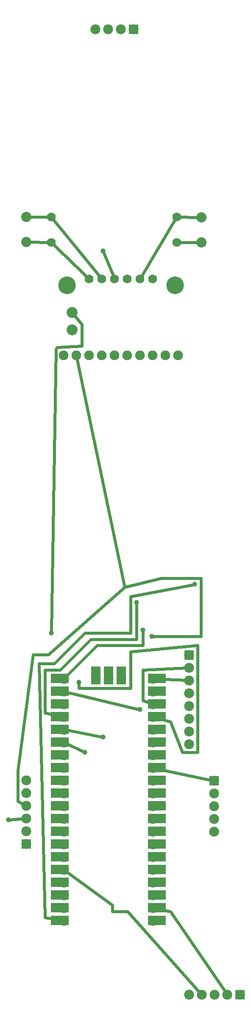
<source format=gbl>
G04 MADE WITH FRITZING*
G04 WWW.FRITZING.ORG*
G04 DOUBLE SIDED*
G04 HOLES PLATED*
G04 CONTOUR ON CENTER OF CONTOUR VECTOR*
%ASAXBY*%
%FSLAX23Y23*%
%MOIN*%
%OFA0B0*%
%SFA1.0B1.0*%
%ADD10C,0.078000*%
%ADD11C,0.080000*%
%ADD12C,0.070000*%
%ADD13C,0.138425*%
%ADD14C,0.086000*%
%ADD15C,0.076000*%
%ADD16C,0.039370*%
%ADD17R,0.143667X0.078000*%
%ADD18R,0.144000X0.078000*%
%ADD19R,0.078000X0.144000*%
%ADD20R,0.078000X0.078000*%
%ADD21C,0.024000*%
%LNCOPPER0*%
G90*
G70*
G54D10*
X1387Y1468D03*
X1387Y1568D03*
X1387Y1668D03*
X1387Y1768D03*
X1387Y1868D03*
X1387Y1968D03*
X1387Y2068D03*
X1387Y2168D03*
X1387Y2268D03*
X1387Y2368D03*
X1387Y2468D03*
X1387Y2568D03*
X1387Y2668D03*
X1387Y2768D03*
X1387Y2868D03*
X1387Y2968D03*
X1387Y3068D03*
X1387Y3168D03*
X1387Y3268D03*
X1387Y3368D03*
X688Y3368D03*
X688Y3268D03*
X688Y3168D03*
X688Y3068D03*
X688Y2968D03*
X688Y2868D03*
X688Y2768D03*
X688Y2668D03*
X688Y2568D03*
X688Y2468D03*
X688Y2368D03*
X688Y2268D03*
X688Y2168D03*
X688Y2068D03*
X688Y1968D03*
X688Y1868D03*
X688Y1768D03*
X688Y1668D03*
X688Y1568D03*
X688Y1468D03*
X1138Y3368D03*
X1038Y3368D03*
X938Y3368D03*
G54D11*
X1770Y6793D03*
X1770Y6989D03*
X392Y6993D03*
X392Y6796D03*
G54D10*
X1869Y2567D03*
X1869Y2467D03*
X1869Y2367D03*
X1869Y2267D03*
X1869Y2167D03*
X2072Y887D03*
X1972Y887D03*
X1872Y887D03*
X1772Y887D03*
X1672Y887D03*
X392Y2070D03*
X392Y2170D03*
X392Y2270D03*
X392Y2370D03*
X392Y2470D03*
X392Y2570D03*
G54D12*
X589Y6993D03*
X589Y6793D03*
X1574Y6993D03*
X1574Y6793D03*
G54D10*
X1235Y8466D03*
X1135Y8466D03*
X1035Y8466D03*
X935Y8466D03*
X1672Y3554D03*
X1672Y3454D03*
X1672Y3354D03*
X1672Y3254D03*
X1672Y3154D03*
X1672Y3054D03*
X1672Y2954D03*
X1672Y2854D03*
G54D13*
X711Y6457D03*
G54D14*
X751Y6106D03*
X751Y6244D03*
G54D15*
X686Y5907D03*
X786Y5907D03*
X886Y5907D03*
X986Y5907D03*
X1086Y5907D03*
X1186Y5907D03*
X1286Y5907D03*
G54D13*
X1561Y6457D03*
G54D15*
X1386Y5907D03*
X1486Y5907D03*
X1586Y5907D03*
G54D12*
X1386Y6507D03*
X1286Y6507D03*
X1186Y6507D03*
X1086Y6507D03*
X986Y6507D03*
X886Y6507D03*
G54D16*
X852Y2789D03*
X996Y2909D03*
X1284Y3125D03*
X1308Y3749D03*
X1260Y3965D03*
X804Y3341D03*
X1716Y4109D03*
X1380Y3701D03*
X252Y2261D03*
X588Y3725D03*
X996Y6725D03*
G54D17*
X1420Y1469D03*
G54D18*
X1420Y1569D03*
X1420Y1669D03*
X1420Y1769D03*
X1420Y1869D03*
X1420Y1969D03*
X1420Y2069D03*
X1420Y2169D03*
X1420Y2269D03*
X1420Y2369D03*
X1420Y2469D03*
X1420Y2569D03*
X1420Y2669D03*
X1420Y2769D03*
X1420Y2869D03*
X1420Y2969D03*
X1420Y3069D03*
X1420Y3169D03*
X1420Y3269D03*
X1420Y3369D03*
X655Y3369D03*
X655Y3269D03*
X655Y3169D03*
X655Y3069D03*
X655Y2969D03*
X655Y2869D03*
X655Y2769D03*
X655Y2669D03*
X655Y2569D03*
X655Y2469D03*
X655Y2369D03*
X655Y2269D03*
X655Y2169D03*
X655Y2069D03*
X655Y1969D03*
X655Y1869D03*
X655Y1769D03*
X655Y1669D03*
X655Y1569D03*
X655Y1469D03*
G54D19*
X1138Y3393D03*
X1038Y3393D03*
X938Y3393D03*
G54D20*
X1869Y2567D03*
X2072Y887D03*
X392Y2070D03*
X1235Y8466D03*
X1672Y3554D03*
G54D21*
X1747Y6793D02*
X1589Y6793D01*
D02*
X416Y6795D02*
X574Y6793D01*
D02*
X872Y6521D02*
X600Y6782D01*
D02*
X1406Y3367D02*
X1653Y3355D01*
D02*
X1406Y1564D02*
X1524Y1541D01*
X1524Y1541D02*
X1961Y903D01*
D02*
X1747Y6990D02*
X1589Y6992D01*
D02*
X1296Y6524D02*
X1566Y6980D01*
D02*
X416Y6993D02*
X574Y6993D01*
D02*
X973Y6522D02*
X599Y6981D01*
D02*
X705Y2860D02*
X845Y2792D01*
D02*
X706Y2965D02*
X988Y2910D01*
D02*
X706Y3264D02*
X1276Y3127D01*
D02*
X701Y3382D02*
X948Y3629D01*
X948Y3629D02*
X1308Y3629D01*
X1308Y3629D02*
X1308Y3741D01*
D02*
X669Y3072D02*
X540Y3101D01*
X540Y3101D02*
X540Y3437D01*
X540Y3437D02*
X660Y3437D01*
X660Y3437D02*
X900Y3677D01*
X900Y3677D02*
X1260Y3677D01*
X1260Y3677D02*
X1260Y3957D01*
D02*
X1406Y3063D02*
X1524Y3029D01*
X1524Y3029D02*
X1620Y2789D01*
X1620Y2789D02*
X1740Y2789D01*
X1740Y2789D02*
X1740Y3629D01*
X1740Y3629D02*
X1212Y3581D01*
X1212Y3581D02*
X1212Y3293D01*
X1212Y3293D02*
X804Y3293D01*
X804Y3293D02*
X804Y3333D01*
D02*
X669Y1471D02*
X540Y1493D01*
X540Y1493D02*
X492Y3485D01*
X492Y3485D02*
X612Y3485D01*
X612Y3485D02*
X852Y3725D01*
X852Y3725D02*
X1212Y3725D01*
X1212Y3725D02*
X1212Y4013D01*
X1212Y4013D02*
X1708Y4107D01*
D02*
X1759Y901D02*
X1188Y1541D01*
X1188Y1541D02*
X1068Y1541D01*
X1068Y1541D02*
X1068Y1589D01*
X1068Y1589D02*
X703Y1857D01*
D02*
X1388Y3701D02*
X1764Y3701D01*
X1764Y3701D02*
X1764Y4157D01*
X1764Y4157D02*
X1452Y4157D01*
X1452Y4157D02*
X1164Y4085D01*
X1164Y4085D02*
X564Y3557D01*
X564Y3557D02*
X444Y3557D01*
X444Y3557D02*
X324Y2645D01*
X324Y2645D02*
X324Y2405D01*
X324Y2405D02*
X376Y2378D01*
D02*
X790Y5888D02*
X1164Y4085D01*
D02*
X373Y2269D02*
X260Y2261D01*
D02*
X1653Y3453D02*
X1308Y3437D01*
X1308Y3437D02*
X1308Y3197D01*
X1308Y3197D02*
X1369Y3175D01*
D02*
X1850Y2571D02*
X1406Y2664D01*
D02*
X764Y6228D02*
X828Y6149D01*
X828Y6149D02*
X828Y5981D01*
X828Y5981D02*
X636Y5969D01*
X636Y5969D02*
X624Y5957D01*
X624Y5957D02*
X588Y3733D01*
D02*
X999Y6718D02*
X1078Y6525D01*
G04 End of Copper0*
M02*
</source>
